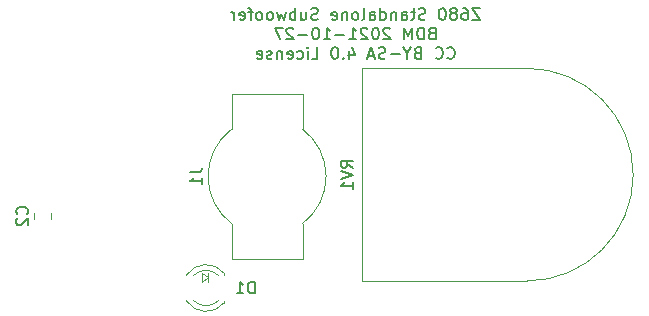
<source format=gbo>
G04 #@! TF.GenerationSoftware,KiCad,Pcbnew,5.1.10-88a1d61d58~90~ubuntu20.04.1*
G04 #@! TF.CreationDate,2021-10-27T23:57:33-06:00*
G04 #@! TF.ProjectId,Z680 Standalone Subwoofer,5a363830-2053-4746-916e-64616c6f6e65,rev?*
G04 #@! TF.SameCoordinates,Original*
G04 #@! TF.FileFunction,Legend,Bot*
G04 #@! TF.FilePolarity,Positive*
%FSLAX46Y46*%
G04 Gerber Fmt 4.6, Leading zero omitted, Abs format (unit mm)*
G04 Created by KiCad (PCBNEW 5.1.10-88a1d61d58~90~ubuntu20.04.1) date 2021-10-27 23:57:33*
%MOMM*%
%LPD*%
G01*
G04 APERTURE LIST*
%ADD10C,0.150000*%
%ADD11C,0.120000*%
%ADD12C,3.000000*%
%ADD13C,4.000000*%
%ADD14C,1.600000*%
%ADD15R,1.600000X1.600000*%
%ADD16C,2.000000*%
%ADD17C,16.500000*%
%ADD18C,2.200000*%
%ADD19C,1.800000*%
%ADD20R,1.800000X1.800000*%
G04 APERTURE END LIST*
D10*
X68023809Y-11602380D02*
X67357142Y-11602380D01*
X68023809Y-12602380D01*
X67357142Y-12602380D01*
X66547619Y-11602380D02*
X66738095Y-11602380D01*
X66833333Y-11650000D01*
X66880952Y-11697619D01*
X66976190Y-11840476D01*
X67023809Y-12030952D01*
X67023809Y-12411904D01*
X66976190Y-12507142D01*
X66928571Y-12554761D01*
X66833333Y-12602380D01*
X66642857Y-12602380D01*
X66547619Y-12554761D01*
X66500000Y-12507142D01*
X66452380Y-12411904D01*
X66452380Y-12173809D01*
X66500000Y-12078571D01*
X66547619Y-12030952D01*
X66642857Y-11983333D01*
X66833333Y-11983333D01*
X66928571Y-12030952D01*
X66976190Y-12078571D01*
X67023809Y-12173809D01*
X65880952Y-12030952D02*
X65976190Y-11983333D01*
X66023809Y-11935714D01*
X66071428Y-11840476D01*
X66071428Y-11792857D01*
X66023809Y-11697619D01*
X65976190Y-11650000D01*
X65880952Y-11602380D01*
X65690476Y-11602380D01*
X65595238Y-11650000D01*
X65547619Y-11697619D01*
X65500000Y-11792857D01*
X65500000Y-11840476D01*
X65547619Y-11935714D01*
X65595238Y-11983333D01*
X65690476Y-12030952D01*
X65880952Y-12030952D01*
X65976190Y-12078571D01*
X66023809Y-12126190D01*
X66071428Y-12221428D01*
X66071428Y-12411904D01*
X66023809Y-12507142D01*
X65976190Y-12554761D01*
X65880952Y-12602380D01*
X65690476Y-12602380D01*
X65595238Y-12554761D01*
X65547619Y-12507142D01*
X65500000Y-12411904D01*
X65500000Y-12221428D01*
X65547619Y-12126190D01*
X65595238Y-12078571D01*
X65690476Y-12030952D01*
X64880952Y-11602380D02*
X64785714Y-11602380D01*
X64690476Y-11650000D01*
X64642857Y-11697619D01*
X64595238Y-11792857D01*
X64547619Y-11983333D01*
X64547619Y-12221428D01*
X64595238Y-12411904D01*
X64642857Y-12507142D01*
X64690476Y-12554761D01*
X64785714Y-12602380D01*
X64880952Y-12602380D01*
X64976190Y-12554761D01*
X65023809Y-12507142D01*
X65071428Y-12411904D01*
X65119047Y-12221428D01*
X65119047Y-11983333D01*
X65071428Y-11792857D01*
X65023809Y-11697619D01*
X64976190Y-11650000D01*
X64880952Y-11602380D01*
X63404761Y-12554761D02*
X63261904Y-12602380D01*
X63023809Y-12602380D01*
X62928571Y-12554761D01*
X62880952Y-12507142D01*
X62833333Y-12411904D01*
X62833333Y-12316666D01*
X62880952Y-12221428D01*
X62928571Y-12173809D01*
X63023809Y-12126190D01*
X63214285Y-12078571D01*
X63309523Y-12030952D01*
X63357142Y-11983333D01*
X63404761Y-11888095D01*
X63404761Y-11792857D01*
X63357142Y-11697619D01*
X63309523Y-11650000D01*
X63214285Y-11602380D01*
X62976190Y-11602380D01*
X62833333Y-11650000D01*
X62547619Y-11935714D02*
X62166666Y-11935714D01*
X62404761Y-11602380D02*
X62404761Y-12459523D01*
X62357142Y-12554761D01*
X62261904Y-12602380D01*
X62166666Y-12602380D01*
X61404761Y-12602380D02*
X61404761Y-12078571D01*
X61452380Y-11983333D01*
X61547619Y-11935714D01*
X61738095Y-11935714D01*
X61833333Y-11983333D01*
X61404761Y-12554761D02*
X61500000Y-12602380D01*
X61738095Y-12602380D01*
X61833333Y-12554761D01*
X61880952Y-12459523D01*
X61880952Y-12364285D01*
X61833333Y-12269047D01*
X61738095Y-12221428D01*
X61500000Y-12221428D01*
X61404761Y-12173809D01*
X60928571Y-11935714D02*
X60928571Y-12602380D01*
X60928571Y-12030952D02*
X60880952Y-11983333D01*
X60785714Y-11935714D01*
X60642857Y-11935714D01*
X60547619Y-11983333D01*
X60500000Y-12078571D01*
X60500000Y-12602380D01*
X59595238Y-12602380D02*
X59595238Y-11602380D01*
X59595238Y-12554761D02*
X59690476Y-12602380D01*
X59880952Y-12602380D01*
X59976190Y-12554761D01*
X60023809Y-12507142D01*
X60071428Y-12411904D01*
X60071428Y-12126190D01*
X60023809Y-12030952D01*
X59976190Y-11983333D01*
X59880952Y-11935714D01*
X59690476Y-11935714D01*
X59595238Y-11983333D01*
X58690476Y-12602380D02*
X58690476Y-12078571D01*
X58738095Y-11983333D01*
X58833333Y-11935714D01*
X59023809Y-11935714D01*
X59119047Y-11983333D01*
X58690476Y-12554761D02*
X58785714Y-12602380D01*
X59023809Y-12602380D01*
X59119047Y-12554761D01*
X59166666Y-12459523D01*
X59166666Y-12364285D01*
X59119047Y-12269047D01*
X59023809Y-12221428D01*
X58785714Y-12221428D01*
X58690476Y-12173809D01*
X58071428Y-12602380D02*
X58166666Y-12554761D01*
X58214285Y-12459523D01*
X58214285Y-11602380D01*
X57547619Y-12602380D02*
X57642857Y-12554761D01*
X57690476Y-12507142D01*
X57738095Y-12411904D01*
X57738095Y-12126190D01*
X57690476Y-12030952D01*
X57642857Y-11983333D01*
X57547619Y-11935714D01*
X57404761Y-11935714D01*
X57309523Y-11983333D01*
X57261904Y-12030952D01*
X57214285Y-12126190D01*
X57214285Y-12411904D01*
X57261904Y-12507142D01*
X57309523Y-12554761D01*
X57404761Y-12602380D01*
X57547619Y-12602380D01*
X56785714Y-11935714D02*
X56785714Y-12602380D01*
X56785714Y-12030952D02*
X56738095Y-11983333D01*
X56642857Y-11935714D01*
X56500000Y-11935714D01*
X56404761Y-11983333D01*
X56357142Y-12078571D01*
X56357142Y-12602380D01*
X55500000Y-12554761D02*
X55595238Y-12602380D01*
X55785714Y-12602380D01*
X55880952Y-12554761D01*
X55928571Y-12459523D01*
X55928571Y-12078571D01*
X55880952Y-11983333D01*
X55785714Y-11935714D01*
X55595238Y-11935714D01*
X55500000Y-11983333D01*
X55452380Y-12078571D01*
X55452380Y-12173809D01*
X55928571Y-12269047D01*
X54309523Y-12554761D02*
X54166666Y-12602380D01*
X53928571Y-12602380D01*
X53833333Y-12554761D01*
X53785714Y-12507142D01*
X53738095Y-12411904D01*
X53738095Y-12316666D01*
X53785714Y-12221428D01*
X53833333Y-12173809D01*
X53928571Y-12126190D01*
X54119047Y-12078571D01*
X54214285Y-12030952D01*
X54261904Y-11983333D01*
X54309523Y-11888095D01*
X54309523Y-11792857D01*
X54261904Y-11697619D01*
X54214285Y-11650000D01*
X54119047Y-11602380D01*
X53880952Y-11602380D01*
X53738095Y-11650000D01*
X52880952Y-11935714D02*
X52880952Y-12602380D01*
X53309523Y-11935714D02*
X53309523Y-12459523D01*
X53261904Y-12554761D01*
X53166666Y-12602380D01*
X53023809Y-12602380D01*
X52928571Y-12554761D01*
X52880952Y-12507142D01*
X52404761Y-12602380D02*
X52404761Y-11602380D01*
X52404761Y-11983333D02*
X52309523Y-11935714D01*
X52119047Y-11935714D01*
X52023809Y-11983333D01*
X51976190Y-12030952D01*
X51928571Y-12126190D01*
X51928571Y-12411904D01*
X51976190Y-12507142D01*
X52023809Y-12554761D01*
X52119047Y-12602380D01*
X52309523Y-12602380D01*
X52404761Y-12554761D01*
X51595238Y-11935714D02*
X51404761Y-12602380D01*
X51214285Y-12126190D01*
X51023809Y-12602380D01*
X50833333Y-11935714D01*
X50309523Y-12602380D02*
X50404761Y-12554761D01*
X50452380Y-12507142D01*
X50500000Y-12411904D01*
X50500000Y-12126190D01*
X50452380Y-12030952D01*
X50404761Y-11983333D01*
X50309523Y-11935714D01*
X50166666Y-11935714D01*
X50071428Y-11983333D01*
X50023809Y-12030952D01*
X49976190Y-12126190D01*
X49976190Y-12411904D01*
X50023809Y-12507142D01*
X50071428Y-12554761D01*
X50166666Y-12602380D01*
X50309523Y-12602380D01*
X49404761Y-12602380D02*
X49500000Y-12554761D01*
X49547619Y-12507142D01*
X49595238Y-12411904D01*
X49595238Y-12126190D01*
X49547619Y-12030952D01*
X49500000Y-11983333D01*
X49404761Y-11935714D01*
X49261904Y-11935714D01*
X49166666Y-11983333D01*
X49119047Y-12030952D01*
X49071428Y-12126190D01*
X49071428Y-12411904D01*
X49119047Y-12507142D01*
X49166666Y-12554761D01*
X49261904Y-12602380D01*
X49404761Y-12602380D01*
X48785714Y-11935714D02*
X48404761Y-11935714D01*
X48642857Y-12602380D02*
X48642857Y-11745238D01*
X48595238Y-11650000D01*
X48500000Y-11602380D01*
X48404761Y-11602380D01*
X47690476Y-12554761D02*
X47785714Y-12602380D01*
X47976190Y-12602380D01*
X48071428Y-12554761D01*
X48119047Y-12459523D01*
X48119047Y-12078571D01*
X48071428Y-11983333D01*
X47976190Y-11935714D01*
X47785714Y-11935714D01*
X47690476Y-11983333D01*
X47642857Y-12078571D01*
X47642857Y-12173809D01*
X48119047Y-12269047D01*
X47214285Y-12602380D02*
X47214285Y-11935714D01*
X47214285Y-12126190D02*
X47166666Y-12030952D01*
X47119047Y-11983333D01*
X47023809Y-11935714D01*
X46928571Y-11935714D01*
X63928571Y-13728571D02*
X63785714Y-13776190D01*
X63738095Y-13823809D01*
X63690476Y-13919047D01*
X63690476Y-14061904D01*
X63738095Y-14157142D01*
X63785714Y-14204761D01*
X63880952Y-14252380D01*
X64261904Y-14252380D01*
X64261904Y-13252380D01*
X63928571Y-13252380D01*
X63833333Y-13300000D01*
X63785714Y-13347619D01*
X63738095Y-13442857D01*
X63738095Y-13538095D01*
X63785714Y-13633333D01*
X63833333Y-13680952D01*
X63928571Y-13728571D01*
X64261904Y-13728571D01*
X63261904Y-14252380D02*
X63261904Y-13252380D01*
X63023809Y-13252380D01*
X62880952Y-13300000D01*
X62785714Y-13395238D01*
X62738095Y-13490476D01*
X62690476Y-13680952D01*
X62690476Y-13823809D01*
X62738095Y-14014285D01*
X62785714Y-14109523D01*
X62880952Y-14204761D01*
X63023809Y-14252380D01*
X63261904Y-14252380D01*
X62261904Y-14252380D02*
X62261904Y-13252380D01*
X61928571Y-13966666D01*
X61595238Y-13252380D01*
X61595238Y-14252380D01*
X60404761Y-13347619D02*
X60357142Y-13300000D01*
X60261904Y-13252380D01*
X60023809Y-13252380D01*
X59928571Y-13300000D01*
X59880952Y-13347619D01*
X59833333Y-13442857D01*
X59833333Y-13538095D01*
X59880952Y-13680952D01*
X60452380Y-14252380D01*
X59833333Y-14252380D01*
X59214285Y-13252380D02*
X59119047Y-13252380D01*
X59023809Y-13300000D01*
X58976190Y-13347619D01*
X58928571Y-13442857D01*
X58880952Y-13633333D01*
X58880952Y-13871428D01*
X58928571Y-14061904D01*
X58976190Y-14157142D01*
X59023809Y-14204761D01*
X59119047Y-14252380D01*
X59214285Y-14252380D01*
X59309523Y-14204761D01*
X59357142Y-14157142D01*
X59404761Y-14061904D01*
X59452380Y-13871428D01*
X59452380Y-13633333D01*
X59404761Y-13442857D01*
X59357142Y-13347619D01*
X59309523Y-13300000D01*
X59214285Y-13252380D01*
X58500000Y-13347619D02*
X58452380Y-13300000D01*
X58357142Y-13252380D01*
X58119047Y-13252380D01*
X58023809Y-13300000D01*
X57976190Y-13347619D01*
X57928571Y-13442857D01*
X57928571Y-13538095D01*
X57976190Y-13680952D01*
X58547619Y-14252380D01*
X57928571Y-14252380D01*
X56976190Y-14252380D02*
X57547619Y-14252380D01*
X57261904Y-14252380D02*
X57261904Y-13252380D01*
X57357142Y-13395238D01*
X57452380Y-13490476D01*
X57547619Y-13538095D01*
X56547619Y-13871428D02*
X55785714Y-13871428D01*
X54785714Y-14252380D02*
X55357142Y-14252380D01*
X55071428Y-14252380D02*
X55071428Y-13252380D01*
X55166666Y-13395238D01*
X55261904Y-13490476D01*
X55357142Y-13538095D01*
X54166666Y-13252380D02*
X54071428Y-13252380D01*
X53976190Y-13300000D01*
X53928571Y-13347619D01*
X53880952Y-13442857D01*
X53833333Y-13633333D01*
X53833333Y-13871428D01*
X53880952Y-14061904D01*
X53928571Y-14157142D01*
X53976190Y-14204761D01*
X54071428Y-14252380D01*
X54166666Y-14252380D01*
X54261904Y-14204761D01*
X54309523Y-14157142D01*
X54357142Y-14061904D01*
X54404761Y-13871428D01*
X54404761Y-13633333D01*
X54357142Y-13442857D01*
X54309523Y-13347619D01*
X54261904Y-13300000D01*
X54166666Y-13252380D01*
X53404761Y-13871428D02*
X52642857Y-13871428D01*
X52214285Y-13347619D02*
X52166666Y-13300000D01*
X52071428Y-13252380D01*
X51833333Y-13252380D01*
X51738095Y-13300000D01*
X51690476Y-13347619D01*
X51642857Y-13442857D01*
X51642857Y-13538095D01*
X51690476Y-13680952D01*
X52261904Y-14252380D01*
X51642857Y-14252380D01*
X51309523Y-13252380D02*
X50642857Y-13252380D01*
X51071428Y-14252380D01*
X65261904Y-15807142D02*
X65309523Y-15854761D01*
X65452380Y-15902380D01*
X65547619Y-15902380D01*
X65690476Y-15854761D01*
X65785714Y-15759523D01*
X65833333Y-15664285D01*
X65880952Y-15473809D01*
X65880952Y-15330952D01*
X65833333Y-15140476D01*
X65785714Y-15045238D01*
X65690476Y-14950000D01*
X65547619Y-14902380D01*
X65452380Y-14902380D01*
X65309523Y-14950000D01*
X65261904Y-14997619D01*
X64261904Y-15807142D02*
X64309523Y-15854761D01*
X64452380Y-15902380D01*
X64547619Y-15902380D01*
X64690476Y-15854761D01*
X64785714Y-15759523D01*
X64833333Y-15664285D01*
X64880952Y-15473809D01*
X64880952Y-15330952D01*
X64833333Y-15140476D01*
X64785714Y-15045238D01*
X64690476Y-14950000D01*
X64547619Y-14902380D01*
X64452380Y-14902380D01*
X64309523Y-14950000D01*
X64261904Y-14997619D01*
X62738095Y-15378571D02*
X62595238Y-15426190D01*
X62547619Y-15473809D01*
X62500000Y-15569047D01*
X62500000Y-15711904D01*
X62547619Y-15807142D01*
X62595238Y-15854761D01*
X62690476Y-15902380D01*
X63071428Y-15902380D01*
X63071428Y-14902380D01*
X62738095Y-14902380D01*
X62642857Y-14950000D01*
X62595238Y-14997619D01*
X62547619Y-15092857D01*
X62547619Y-15188095D01*
X62595238Y-15283333D01*
X62642857Y-15330952D01*
X62738095Y-15378571D01*
X63071428Y-15378571D01*
X61880952Y-15426190D02*
X61880952Y-15902380D01*
X62214285Y-14902380D02*
X61880952Y-15426190D01*
X61547619Y-14902380D01*
X61214285Y-15521428D02*
X60452380Y-15521428D01*
X60023809Y-15854761D02*
X59880952Y-15902380D01*
X59642857Y-15902380D01*
X59547619Y-15854761D01*
X59500000Y-15807142D01*
X59452380Y-15711904D01*
X59452380Y-15616666D01*
X59500000Y-15521428D01*
X59547619Y-15473809D01*
X59642857Y-15426190D01*
X59833333Y-15378571D01*
X59928571Y-15330952D01*
X59976190Y-15283333D01*
X60023809Y-15188095D01*
X60023809Y-15092857D01*
X59976190Y-14997619D01*
X59928571Y-14950000D01*
X59833333Y-14902380D01*
X59595238Y-14902380D01*
X59452380Y-14950000D01*
X59071428Y-15616666D02*
X58595238Y-15616666D01*
X59166666Y-15902380D02*
X58833333Y-14902380D01*
X58500000Y-15902380D01*
X56976190Y-15235714D02*
X56976190Y-15902380D01*
X57214285Y-14854761D02*
X57452380Y-15569047D01*
X56833333Y-15569047D01*
X56452380Y-15807142D02*
X56404761Y-15854761D01*
X56452380Y-15902380D01*
X56500000Y-15854761D01*
X56452380Y-15807142D01*
X56452380Y-15902380D01*
X55785714Y-14902380D02*
X55690476Y-14902380D01*
X55595238Y-14950000D01*
X55547619Y-14997619D01*
X55500000Y-15092857D01*
X55452380Y-15283333D01*
X55452380Y-15521428D01*
X55500000Y-15711904D01*
X55547619Y-15807142D01*
X55595238Y-15854761D01*
X55690476Y-15902380D01*
X55785714Y-15902380D01*
X55880952Y-15854761D01*
X55928571Y-15807142D01*
X55976190Y-15711904D01*
X56023809Y-15521428D01*
X56023809Y-15283333D01*
X55976190Y-15092857D01*
X55928571Y-14997619D01*
X55880952Y-14950000D01*
X55785714Y-14902380D01*
X53785714Y-15902380D02*
X54261904Y-15902380D01*
X54261904Y-14902380D01*
X53452380Y-15902380D02*
X53452380Y-15235714D01*
X53452380Y-14902380D02*
X53500000Y-14950000D01*
X53452380Y-14997619D01*
X53404761Y-14950000D01*
X53452380Y-14902380D01*
X53452380Y-14997619D01*
X52547619Y-15854761D02*
X52642857Y-15902380D01*
X52833333Y-15902380D01*
X52928571Y-15854761D01*
X52976190Y-15807142D01*
X53023809Y-15711904D01*
X53023809Y-15426190D01*
X52976190Y-15330952D01*
X52928571Y-15283333D01*
X52833333Y-15235714D01*
X52642857Y-15235714D01*
X52547619Y-15283333D01*
X51738095Y-15854761D02*
X51833333Y-15902380D01*
X52023809Y-15902380D01*
X52119047Y-15854761D01*
X52166666Y-15759523D01*
X52166666Y-15378571D01*
X52119047Y-15283333D01*
X52023809Y-15235714D01*
X51833333Y-15235714D01*
X51738095Y-15283333D01*
X51690476Y-15378571D01*
X51690476Y-15473809D01*
X52166666Y-15569047D01*
X51261904Y-15235714D02*
X51261904Y-15902380D01*
X51261904Y-15330952D02*
X51214285Y-15283333D01*
X51119047Y-15235714D01*
X50976190Y-15235714D01*
X50880952Y-15283333D01*
X50833333Y-15378571D01*
X50833333Y-15902380D01*
X50404761Y-15854761D02*
X50309523Y-15902380D01*
X50119047Y-15902380D01*
X50023809Y-15854761D01*
X49976190Y-15759523D01*
X49976190Y-15711904D01*
X50023809Y-15616666D01*
X50119047Y-15569047D01*
X50261904Y-15569047D01*
X50357142Y-15521428D01*
X50404761Y-15426190D01*
X50404761Y-15378571D01*
X50357142Y-15283333D01*
X50261904Y-15235714D01*
X50119047Y-15235714D01*
X50023809Y-15283333D01*
X49166666Y-15854761D02*
X49261904Y-15902380D01*
X49452380Y-15902380D01*
X49547619Y-15854761D01*
X49595238Y-15759523D01*
X49595238Y-15378571D01*
X49547619Y-15283333D01*
X49452380Y-15235714D01*
X49261904Y-15235714D01*
X49166666Y-15283333D01*
X49119047Y-15378571D01*
X49119047Y-15473809D01*
X49595238Y-15569047D01*
D11*
X45000000Y-34000000D02*
X45000000Y-34800000D01*
X45000000Y-34400000D02*
X44500000Y-34000000D01*
X44500000Y-34800000D02*
X45000000Y-34400000D01*
X44500000Y-34000000D02*
X44500000Y-34800000D01*
X47000000Y-21850000D02*
X47000000Y-18850000D01*
X47000000Y-18850000D02*
X53000000Y-18850000D01*
X53000000Y-18850000D02*
X53000000Y-21850000D01*
X53000000Y-29850001D02*
X53000000Y-32850001D01*
X47000000Y-32850001D02*
X47000000Y-29850001D01*
X53000000Y-32850001D02*
X47000000Y-32850001D01*
X47000000Y-21850000D02*
G75*
G03*
X47000000Y-29850000I3000000J-4000000D01*
G01*
X52999999Y-29850000D02*
G75*
G03*
X53000000Y-21850001I-2999999J4000000D01*
G01*
X58000000Y-16700000D02*
X72000000Y-16700000D01*
X58000000Y-34700000D02*
X72000000Y-34700000D01*
X58000000Y-16700000D02*
X58000000Y-34700000D01*
X72000000Y-34700000D02*
G75*
G03*
X72000000Y-16700000I0J9000000D01*
G01*
X46390000Y-34064000D02*
X46390000Y-34220000D01*
X46390000Y-36380000D02*
X46390000Y-36536000D01*
X43788870Y-36379837D02*
G75*
G03*
X45870961Y-36380000I1041130J1079837D01*
G01*
X43788870Y-34220163D02*
G75*
G02*
X45870961Y-34220000I1041130J-1079837D01*
G01*
X43157665Y-36378608D02*
G75*
G03*
X46390000Y-36535516I1672335J1078608D01*
G01*
X43157665Y-34221392D02*
G75*
G02*
X46390000Y-34064484I1672335J-1078608D01*
G01*
X30265000Y-28938748D02*
X30265000Y-29461252D01*
X31735000Y-28938748D02*
X31735000Y-29461252D01*
D10*
X43452380Y-25516666D02*
X44166666Y-25516666D01*
X44309523Y-25469047D01*
X44404761Y-25373809D01*
X44452380Y-25230952D01*
X44452380Y-25135714D01*
X44452380Y-26516666D02*
X44452380Y-25945238D01*
X44452380Y-26230952D02*
X43452380Y-26230952D01*
X43595238Y-26135714D01*
X43690476Y-26040476D01*
X43738095Y-25945238D01*
X57252380Y-25104761D02*
X56776190Y-24771428D01*
X57252380Y-24533333D02*
X56252380Y-24533333D01*
X56252380Y-24914285D01*
X56300000Y-25009523D01*
X56347619Y-25057142D01*
X56442857Y-25104761D01*
X56585714Y-25104761D01*
X56680952Y-25057142D01*
X56728571Y-25009523D01*
X56776190Y-24914285D01*
X56776190Y-24533333D01*
X56252380Y-25390476D02*
X57252380Y-25723809D01*
X56252380Y-26057142D01*
X57252380Y-26914285D02*
X57252380Y-26342857D01*
X57252380Y-26628571D02*
X56252380Y-26628571D01*
X56395238Y-26533333D01*
X56490476Y-26438095D01*
X56538095Y-26342857D01*
X48938095Y-35752380D02*
X48938095Y-34752380D01*
X48700000Y-34752380D01*
X48557142Y-34800000D01*
X48461904Y-34895238D01*
X48414285Y-34990476D01*
X48366666Y-35180952D01*
X48366666Y-35323809D01*
X48414285Y-35514285D01*
X48461904Y-35609523D01*
X48557142Y-35704761D01*
X48700000Y-35752380D01*
X48938095Y-35752380D01*
X47414285Y-35752380D02*
X47985714Y-35752380D01*
X47700000Y-35752380D02*
X47700000Y-34752380D01*
X47795238Y-34895238D01*
X47890476Y-34990476D01*
X47985714Y-35038095D01*
X29677142Y-29033333D02*
X29724761Y-28985714D01*
X29772380Y-28842857D01*
X29772380Y-28747619D01*
X29724761Y-28604761D01*
X29629523Y-28509523D01*
X29534285Y-28461904D01*
X29343809Y-28414285D01*
X29200952Y-28414285D01*
X29010476Y-28461904D01*
X28915238Y-28509523D01*
X28820000Y-28604761D01*
X28772380Y-28747619D01*
X28772380Y-28842857D01*
X28820000Y-28985714D01*
X28867619Y-29033333D01*
X28867619Y-29414285D02*
X28820000Y-29461904D01*
X28772380Y-29557142D01*
X28772380Y-29795238D01*
X28820000Y-29890476D01*
X28867619Y-29938095D01*
X28962857Y-29985714D01*
X29058095Y-29985714D01*
X29200952Y-29938095D01*
X29772380Y-29366666D01*
X29772380Y-29985714D01*
%LPC*%
D12*
X50000000Y-20700000D03*
X50000000Y-31000000D03*
X51600000Y-25850000D03*
D13*
X35420000Y-38485000D03*
X35420000Y-13485000D03*
D14*
X33440000Y-21140000D03*
X33440000Y-23430000D03*
X33440000Y-25720000D03*
X33440000Y-28010000D03*
X33440000Y-30300000D03*
X35420000Y-22285000D03*
X35420000Y-24575000D03*
X35420000Y-26865000D03*
X35420000Y-29155000D03*
X35420000Y-31445000D03*
X37400000Y-21140000D03*
X37400000Y-23430000D03*
X37400000Y-25720000D03*
X37400000Y-28010000D03*
D15*
X37400000Y-30300000D03*
D16*
X60000000Y-25700000D03*
X60000000Y-30700000D03*
X60000000Y-20700000D03*
D17*
X71750000Y-25700000D03*
D18*
X66000000Y-40250000D03*
X26000000Y-11750000D03*
D19*
X43560000Y-35300000D03*
D20*
X46100000Y-35300000D03*
G36*
G01*
X30525000Y-29650000D02*
X31475000Y-29650000D01*
G75*
G02*
X31725000Y-29900000I0J-250000D01*
G01*
X31725000Y-30400000D01*
G75*
G02*
X31475000Y-30650000I-250000J0D01*
G01*
X30525000Y-30650000D01*
G75*
G02*
X30275000Y-30400000I0J250000D01*
G01*
X30275000Y-29900000D01*
G75*
G02*
X30525000Y-29650000I250000J0D01*
G01*
G37*
G36*
G01*
X30525000Y-27750000D02*
X31475000Y-27750000D01*
G75*
G02*
X31725000Y-28000000I0J-250000D01*
G01*
X31725000Y-28500000D01*
G75*
G02*
X31475000Y-28750000I-250000J0D01*
G01*
X30525000Y-28750000D01*
G75*
G02*
X30275000Y-28500000I0J250000D01*
G01*
X30275000Y-28000000D01*
G75*
G02*
X30525000Y-27750000I250000J0D01*
G01*
G37*
M02*

</source>
